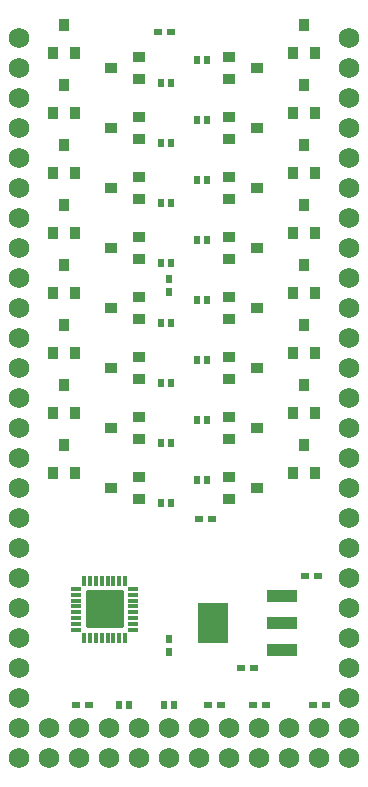
<source format=gbr>
%TF.GenerationSoftware,KiCad,Pcbnew,(6.0.4)*%
%TF.CreationDate,2022-08-30T15:40:43-04:00*%
%TF.ProjectId,eVolver_pwm,65566f6c-7665-4725-9f70-776d2e6b6963,rev?*%
%TF.SameCoordinates,Original*%
%TF.FileFunction,Soldermask,Top*%
%TF.FilePolarity,Negative*%
%FSLAX46Y46*%
G04 Gerber Fmt 4.6, Leading zero omitted, Abs format (unit mm)*
G04 Created by KiCad (PCBNEW (6.0.4)) date 2022-08-30 15:40:43*
%MOMM*%
%LPD*%
G01*
G04 APERTURE LIST*
G04 Aperture macros list*
%AMRoundRect*
0 Rectangle with rounded corners*
0 $1 Rounding radius*
0 $2 $3 $4 $5 $6 $7 $8 $9 X,Y pos of 4 corners*
0 Add a 4 corners polygon primitive as box body*
4,1,4,$2,$3,$4,$5,$6,$7,$8,$9,$2,$3,0*
0 Add four circle primitives for the rounded corners*
1,1,$1+$1,$2,$3*
1,1,$1+$1,$4,$5*
1,1,$1+$1,$6,$7*
1,1,$1+$1,$8,$9*
0 Add four rect primitives between the rounded corners*
20,1,$1+$1,$2,$3,$4,$5,0*
20,1,$1+$1,$4,$5,$6,$7,0*
20,1,$1+$1,$6,$7,$8,$9,0*
20,1,$1+$1,$8,$9,$2,$3,0*%
G04 Aperture macros list end*
%ADD10RoundRect,0.087900X-0.062500X0.375000X-0.062500X-0.375000X0.062500X-0.375000X0.062500X0.375000X0*%
%ADD11RoundRect,0.087900X-0.375000X0.062500X-0.375000X-0.062500X0.375000X-0.062500X0.375000X0.062500X0*%
%ADD12RoundRect,0.025400X-1.550000X1.550000X-1.550000X-1.550000X1.550000X-1.550000X1.550000X1.550000X0*%
%ADD13RoundRect,0.025400X-0.200000X-0.300000X0.200000X-0.300000X0.200000X0.300000X-0.200000X0.300000X0*%
%ADD14RoundRect,0.025400X-0.400000X-0.500000X0.400000X-0.500000X0.400000X0.500000X-0.400000X0.500000X0*%
%ADD15RoundRect,0.025400X0.200000X0.300000X-0.200000X0.300000X-0.200000X-0.300000X0.200000X-0.300000X0*%
%ADD16RoundRect,0.025400X0.300000X0.250000X-0.300000X0.250000X-0.300000X-0.250000X0.300000X-0.250000X0*%
%ADD17RoundRect,0.025400X0.250000X-0.300000X0.250000X0.300000X-0.250000X0.300000X-0.250000X-0.300000X0*%
%ADD18RoundRect,0.025400X-0.300000X-0.250000X0.300000X-0.250000X0.300000X0.250000X-0.300000X0.250000X0*%
%ADD19RoundRect,0.025400X1.250000X-1.650000X1.250000X1.650000X-1.250000X1.650000X-1.250000X-1.650000X0*%
%ADD20RoundRect,0.025400X1.250000X-0.475000X1.250000X0.475000X-1.250000X0.475000X-1.250000X-0.475000X0*%
%ADD21RoundRect,0.025400X0.500000X-0.400000X0.500000X0.400000X-0.500000X0.400000X-0.500000X-0.400000X0*%
%ADD22RoundRect,0.025400X-0.500000X0.400000X-0.500000X-0.400000X0.500000X-0.400000X0.500000X0.400000X0*%
%ADD23C,1.750800*%
G04 APERTURE END LIST*
D10*
%TO.C,U2*%
X165199000Y-119609500D03*
X164699000Y-119609500D03*
X164199000Y-119609500D03*
X163699000Y-119609500D03*
X163199000Y-119609500D03*
X162699000Y-119609500D03*
X162199000Y-119609500D03*
X161699000Y-119609500D03*
D11*
X161011500Y-120297000D03*
X161011500Y-120797000D03*
X161011500Y-121297000D03*
X161011500Y-121797000D03*
X161011500Y-122297000D03*
X161011500Y-122797000D03*
X161011500Y-123297000D03*
X161011500Y-123797000D03*
D10*
X161699000Y-124484500D03*
X162199000Y-124484500D03*
X162699000Y-124484500D03*
X163199000Y-124484500D03*
X163699000Y-124484500D03*
X164199000Y-124484500D03*
X164699000Y-124484500D03*
X165199000Y-124484500D03*
D11*
X165886500Y-123797000D03*
X165886500Y-123297000D03*
X165886500Y-122797000D03*
X165886500Y-122297000D03*
X165886500Y-121797000D03*
X165886500Y-121297000D03*
X165886500Y-120797000D03*
X165886500Y-120297000D03*
D12*
X163449000Y-122047000D03*
%TD*%
D13*
%TO.C,R8*%
X171254000Y-90805000D03*
X172154000Y-90805000D03*
%TD*%
D14*
%TO.C,D3*%
X159070000Y-80010000D03*
X160020000Y-77610000D03*
X160970000Y-80010000D03*
%TD*%
D15*
%TO.C,R3*%
X169106000Y-82550000D03*
X168206000Y-82550000D03*
%TD*%
D16*
%TO.C,C1*%
X169079000Y-73152000D03*
X167979000Y-73152000D03*
%TD*%
D17*
%TO.C,C2*%
X168910000Y-125645000D03*
X168910000Y-124545000D03*
%TD*%
D18*
%TO.C,C3*%
X180425000Y-119253000D03*
X181525000Y-119253000D03*
%TD*%
%TO.C,C4*%
X174964000Y-127000000D03*
X176064000Y-127000000D03*
%TD*%
D15*
%TO.C,R1*%
X169106000Y-77470000D03*
X168206000Y-77470000D03*
%TD*%
D13*
%TO.C,R2*%
X171254000Y-75565000D03*
X172154000Y-75565000D03*
%TD*%
%TO.C,R4*%
X171254000Y-80645000D03*
X172154000Y-80645000D03*
%TD*%
D15*
%TO.C,R5*%
X169106000Y-87630000D03*
X168206000Y-87630000D03*
%TD*%
D13*
%TO.C,R6*%
X171254000Y-85725000D03*
X172154000Y-85725000D03*
%TD*%
D15*
%TO.C,R7*%
X169106000Y-92710000D03*
X168206000Y-92710000D03*
%TD*%
%TO.C,R9*%
X169106000Y-97790000D03*
X168206000Y-97790000D03*
%TD*%
D13*
%TO.C,R10*%
X171254000Y-95885000D03*
X172154000Y-95885000D03*
%TD*%
D15*
%TO.C,R11*%
X169106000Y-102870000D03*
X168206000Y-102870000D03*
%TD*%
D13*
%TO.C,R12*%
X171254000Y-100965000D03*
X172154000Y-100965000D03*
%TD*%
D15*
%TO.C,R13*%
X169106000Y-107950000D03*
X168206000Y-107950000D03*
%TD*%
D13*
%TO.C,R14*%
X171254000Y-106045000D03*
X172154000Y-106045000D03*
%TD*%
D15*
%TO.C,R15*%
X169106000Y-113030000D03*
X168206000Y-113030000D03*
%TD*%
D13*
%TO.C,R16*%
X171254000Y-111125000D03*
X172154000Y-111125000D03*
%TD*%
%TO.C,R17*%
X168460000Y-130175000D03*
X169360000Y-130175000D03*
%TD*%
D19*
%TO.C,U1*%
X172635000Y-123190000D03*
D20*
X178435000Y-123190000D03*
X178435000Y-120890000D03*
X178435000Y-125490000D03*
%TD*%
D14*
%TO.C,D1*%
X159070000Y-74930000D03*
X160020000Y-72530000D03*
X160970000Y-74930000D03*
%TD*%
%TO.C,D2*%
X179390000Y-74930000D03*
X180340000Y-72530000D03*
X181290000Y-74930000D03*
%TD*%
%TO.C,D5*%
X159070000Y-85090000D03*
X160020000Y-82690000D03*
X160970000Y-85090000D03*
%TD*%
%TO.C,D6*%
X179390000Y-85090000D03*
X180340000Y-82690000D03*
X181290000Y-85090000D03*
%TD*%
%TO.C,D7*%
X159070000Y-90170000D03*
X160020000Y-87770000D03*
X160970000Y-90170000D03*
%TD*%
%TO.C,D8*%
X179390000Y-90170000D03*
X180340000Y-87770000D03*
X181290000Y-90170000D03*
%TD*%
%TO.C,D9*%
X159070000Y-95250000D03*
X160020000Y-92850000D03*
X160970000Y-95250000D03*
%TD*%
%TO.C,D10*%
X179390000Y-95250000D03*
X180340000Y-92850000D03*
X181290000Y-95250000D03*
%TD*%
%TO.C,D11*%
X159070000Y-100330000D03*
X160020000Y-97930000D03*
X160970000Y-100330000D03*
%TD*%
%TO.C,D12*%
X179390000Y-100330000D03*
X180340000Y-97930000D03*
X181290000Y-100330000D03*
%TD*%
%TO.C,D13*%
X159070000Y-105410000D03*
X160020000Y-103010000D03*
X160970000Y-105410000D03*
%TD*%
%TO.C,D15*%
X159070000Y-110490000D03*
X160020000Y-108090000D03*
X160970000Y-110490000D03*
%TD*%
%TO.C,D16*%
X179390000Y-110490000D03*
X180340000Y-108090000D03*
X181290000Y-110490000D03*
%TD*%
D21*
%TO.C,Q1*%
X166370000Y-77150000D03*
X163970000Y-76200000D03*
X166370000Y-75250000D03*
%TD*%
D22*
%TO.C,Q2*%
X173990000Y-75250000D03*
X176390000Y-76200000D03*
X173990000Y-77150000D03*
%TD*%
D21*
%TO.C,Q3*%
X166370000Y-82230000D03*
X163970000Y-81280000D03*
X166370000Y-80330000D03*
%TD*%
D22*
%TO.C,Q4*%
X173990000Y-80330000D03*
X176390000Y-81280000D03*
X173990000Y-82230000D03*
%TD*%
D21*
%TO.C,Q5*%
X166370000Y-87310000D03*
X163970000Y-86360000D03*
X166370000Y-85410000D03*
%TD*%
D22*
%TO.C,Q6*%
X173990000Y-85410000D03*
X176390000Y-86360000D03*
X173990000Y-87310000D03*
%TD*%
D21*
%TO.C,Q7*%
X166370000Y-92390000D03*
X163970000Y-91440000D03*
X166370000Y-90490000D03*
%TD*%
D22*
%TO.C,Q8*%
X173990000Y-90490000D03*
X176390000Y-91440000D03*
X173990000Y-92390000D03*
%TD*%
D21*
%TO.C,Q9*%
X166370000Y-97470000D03*
X163970000Y-96520000D03*
X166370000Y-95570000D03*
%TD*%
D22*
%TO.C,Q10*%
X173990000Y-95570000D03*
X176390000Y-96520000D03*
X173990000Y-97470000D03*
%TD*%
D21*
%TO.C,Q11*%
X166370000Y-102550000D03*
X163970000Y-101600000D03*
X166370000Y-100650000D03*
%TD*%
D22*
%TO.C,Q12*%
X173990000Y-100650000D03*
X176390000Y-101600000D03*
X173990000Y-102550000D03*
%TD*%
D21*
%TO.C,Q13*%
X166370000Y-107630000D03*
X163970000Y-106680000D03*
X166370000Y-105730000D03*
%TD*%
D22*
%TO.C,Q14*%
X173990000Y-105730000D03*
X176390000Y-106680000D03*
X173990000Y-107630000D03*
%TD*%
D21*
%TO.C,Q15*%
X166370000Y-112710000D03*
X163970000Y-111760000D03*
X166370000Y-110810000D03*
%TD*%
D22*
%TO.C,Q16*%
X173990000Y-110810000D03*
X176390000Y-111760000D03*
X173990000Y-112710000D03*
%TD*%
D16*
%TO.C,C5*%
X162094000Y-130175000D03*
X160994000Y-130175000D03*
%TD*%
D14*
%TO.C,D4*%
X179390000Y-80010000D03*
X180340000Y-77610000D03*
X181290000Y-80010000D03*
%TD*%
D18*
%TO.C,C6*%
X172170000Y-130175000D03*
X173270000Y-130175000D03*
%TD*%
D16*
%TO.C,C7*%
X182160000Y-130175000D03*
X181060000Y-130175000D03*
%TD*%
D18*
%TO.C,C8*%
X175980000Y-130175000D03*
X177080000Y-130175000D03*
%TD*%
%TO.C,C9*%
X171408000Y-114427000D03*
X172508000Y-114427000D03*
%TD*%
D14*
%TO.C,D14*%
X179390000Y-105410000D03*
X180340000Y-103010000D03*
X181290000Y-105410000D03*
%TD*%
D15*
%TO.C,R18*%
X165550000Y-130175000D03*
X164650000Y-130175000D03*
%TD*%
D17*
%TO.C,C10*%
X168910000Y-95165000D03*
X168910000Y-94065000D03*
%TD*%
D23*
%TO.C,P1*%
X156210000Y-73660000D03*
X156210000Y-76200000D03*
X156210000Y-78740000D03*
X156210000Y-81280000D03*
X156210000Y-83820000D03*
X156210000Y-86360000D03*
X156210000Y-88900000D03*
X156210000Y-91440000D03*
X156210000Y-93980000D03*
X156210000Y-96520000D03*
X156210000Y-99060000D03*
X156210000Y-101600000D03*
X156210000Y-104140000D03*
X156210000Y-106680000D03*
X156210000Y-109220000D03*
X156210000Y-111760000D03*
X156210000Y-114300000D03*
X156210000Y-116840000D03*
X156210000Y-119380000D03*
X156210000Y-121920000D03*
X156210000Y-124460000D03*
X156210000Y-127000000D03*
X156210000Y-129540000D03*
X156210000Y-132080000D03*
X156210000Y-134620000D03*
%TD*%
%TO.C,P2*%
X184150000Y-73660000D03*
X184150000Y-76200000D03*
X184150000Y-78740000D03*
X184150000Y-81280000D03*
X184150000Y-83820000D03*
X184150000Y-86360000D03*
X184150000Y-88900000D03*
X184150000Y-91440000D03*
X184150000Y-93980000D03*
X184150000Y-96520000D03*
X184150000Y-99060000D03*
X184150000Y-101600000D03*
X184150000Y-104140000D03*
X184150000Y-106680000D03*
X184150000Y-109220000D03*
X184150000Y-111760000D03*
X184150000Y-114300000D03*
X184150000Y-116840000D03*
X184150000Y-119380000D03*
X184150000Y-121920000D03*
X184150000Y-124460000D03*
X184150000Y-127000000D03*
X184150000Y-129540000D03*
X184150000Y-132080000D03*
X184150000Y-134620000D03*
%TD*%
%TO.C,P3*%
X181610000Y-132080000D03*
X179070000Y-132080000D03*
X176530000Y-132080000D03*
X173990000Y-132080000D03*
X171450000Y-132080000D03*
X168910000Y-132080000D03*
X166370000Y-132080000D03*
X163830000Y-132080000D03*
X161290000Y-132080000D03*
X158750000Y-132080000D03*
%TD*%
%TO.C,P4*%
X158750000Y-134620000D03*
X161290000Y-134620000D03*
X163830000Y-134620000D03*
X166370000Y-134620000D03*
X168910000Y-134620000D03*
X171450000Y-134620000D03*
X173990000Y-134620000D03*
X176530000Y-134620000D03*
X179070000Y-134620000D03*
X181610000Y-134620000D03*
%TD*%
M02*

</source>
